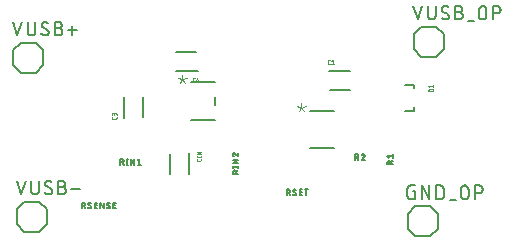
<source format=gbr>
G04 EAGLE Gerber RS-274X export*
G75*
%MOMM*%
%FSLAX34Y34*%
%LPD*%
%INSilkscreen Top*%
%IPPOS*%
%AMOC8*
5,1,8,0,0,1.08239X$1,22.5*%
G01*
%ADD10C,0.152400*%
%ADD11C,0.076200*%
%ADD12C,0.127000*%
%ADD13C,0.025400*%
%ADD14C,0.203200*%


D10*
X213140Y161244D02*
X233460Y161244D01*
X233460Y173944D02*
X233460Y181056D01*
X233460Y193756D02*
X213140Y193756D01*
D11*
X205485Y195732D02*
X205485Y199711D01*
X205485Y195732D02*
X207806Y192747D01*
X205485Y195732D02*
X203163Y192747D01*
X205485Y195732D02*
X209132Y197058D01*
X205485Y195732D02*
X201837Y197058D01*
D10*
X313440Y137752D02*
X333760Y137752D01*
X333760Y169248D02*
X313440Y169248D01*
D11*
X306293Y171732D02*
X306293Y175711D01*
X306293Y171732D02*
X308614Y168747D01*
X306293Y171732D02*
X303971Y168747D01*
X306293Y171732D02*
X309940Y173058D01*
X306293Y171732D02*
X302645Y173058D01*
D12*
X153176Y128191D02*
X153176Y123365D01*
X153176Y128191D02*
X154517Y128191D01*
X154588Y128189D01*
X154660Y128183D01*
X154730Y128174D01*
X154800Y128161D01*
X154870Y128144D01*
X154938Y128123D01*
X155005Y128099D01*
X155071Y128071D01*
X155135Y128040D01*
X155198Y128005D01*
X155258Y127967D01*
X155317Y127926D01*
X155373Y127882D01*
X155427Y127835D01*
X155478Y127786D01*
X155526Y127733D01*
X155572Y127678D01*
X155614Y127621D01*
X155654Y127561D01*
X155690Y127500D01*
X155723Y127436D01*
X155752Y127371D01*
X155778Y127305D01*
X155801Y127237D01*
X155820Y127168D01*
X155835Y127098D01*
X155846Y127028D01*
X155854Y126957D01*
X155858Y126886D01*
X155858Y126814D01*
X155854Y126743D01*
X155846Y126672D01*
X155835Y126602D01*
X155820Y126532D01*
X155801Y126463D01*
X155778Y126395D01*
X155752Y126329D01*
X155723Y126264D01*
X155690Y126200D01*
X155654Y126139D01*
X155614Y126079D01*
X155572Y126022D01*
X155526Y125967D01*
X155478Y125914D01*
X155427Y125865D01*
X155373Y125818D01*
X155317Y125774D01*
X155258Y125733D01*
X155198Y125695D01*
X155135Y125660D01*
X155071Y125629D01*
X155005Y125601D01*
X154938Y125577D01*
X154870Y125556D01*
X154800Y125539D01*
X154730Y125526D01*
X154660Y125517D01*
X154588Y125511D01*
X154517Y125509D01*
X154517Y125510D02*
X153176Y125510D01*
X154785Y125510D02*
X155857Y123365D01*
X158842Y123365D02*
X158842Y128191D01*
X158306Y123365D02*
X159378Y123365D01*
X159378Y128191D02*
X158306Y128191D01*
X162074Y128191D02*
X162074Y123365D01*
X164755Y123365D02*
X162074Y128191D01*
X164755Y128191D02*
X164755Y123365D01*
X167743Y127119D02*
X169083Y128191D01*
X169083Y123365D01*
X167743Y123365D02*
X170424Y123365D01*
X211500Y115500D02*
X211500Y133500D01*
X195500Y132500D02*
X195500Y115500D01*
D13*
X221437Y127729D02*
X221437Y128576D01*
X221437Y127729D02*
X221435Y127671D01*
X221429Y127614D01*
X221419Y127557D01*
X221406Y127500D01*
X221388Y127445D01*
X221367Y127392D01*
X221342Y127339D01*
X221314Y127289D01*
X221282Y127241D01*
X221247Y127194D01*
X221209Y127151D01*
X221168Y127110D01*
X221125Y127072D01*
X221078Y127037D01*
X221030Y127005D01*
X220980Y126977D01*
X220927Y126952D01*
X220874Y126931D01*
X220819Y126913D01*
X220762Y126900D01*
X220705Y126890D01*
X220648Y126884D01*
X220590Y126882D01*
X218474Y126882D01*
X218416Y126884D01*
X218359Y126890D01*
X218302Y126900D01*
X218245Y126913D01*
X218190Y126931D01*
X218137Y126952D01*
X218084Y126977D01*
X218034Y127005D01*
X217986Y127037D01*
X217939Y127072D01*
X217896Y127110D01*
X217855Y127151D01*
X217817Y127194D01*
X217782Y127241D01*
X217750Y127289D01*
X217722Y127339D01*
X217697Y127392D01*
X217676Y127445D01*
X217658Y127500D01*
X217645Y127557D01*
X217635Y127614D01*
X217629Y127671D01*
X217627Y127729D01*
X217627Y128576D01*
X217627Y130267D02*
X221437Y130267D01*
X221437Y130690D02*
X221437Y129843D01*
X217627Y129843D02*
X217627Y130690D01*
X217627Y132256D02*
X221437Y132256D01*
X221437Y134373D02*
X217627Y132256D01*
X217627Y134373D02*
X221437Y134373D01*
D12*
X294193Y102435D02*
X294193Y97609D01*
X294193Y102435D02*
X295534Y102435D01*
X295605Y102433D01*
X295677Y102427D01*
X295747Y102418D01*
X295817Y102405D01*
X295887Y102388D01*
X295955Y102367D01*
X296022Y102343D01*
X296088Y102315D01*
X296152Y102284D01*
X296215Y102249D01*
X296275Y102211D01*
X296334Y102170D01*
X296390Y102126D01*
X296444Y102079D01*
X296495Y102030D01*
X296543Y101977D01*
X296589Y101922D01*
X296631Y101865D01*
X296671Y101805D01*
X296707Y101744D01*
X296740Y101680D01*
X296769Y101615D01*
X296795Y101549D01*
X296818Y101481D01*
X296837Y101412D01*
X296852Y101342D01*
X296863Y101272D01*
X296871Y101201D01*
X296875Y101130D01*
X296875Y101058D01*
X296871Y100987D01*
X296863Y100916D01*
X296852Y100846D01*
X296837Y100776D01*
X296818Y100707D01*
X296795Y100639D01*
X296769Y100573D01*
X296740Y100508D01*
X296707Y100444D01*
X296671Y100383D01*
X296631Y100323D01*
X296589Y100266D01*
X296543Y100211D01*
X296495Y100158D01*
X296444Y100109D01*
X296390Y100062D01*
X296334Y100018D01*
X296275Y99977D01*
X296215Y99939D01*
X296152Y99904D01*
X296088Y99873D01*
X296022Y99845D01*
X295955Y99821D01*
X295887Y99800D01*
X295817Y99783D01*
X295747Y99770D01*
X295677Y99761D01*
X295605Y99755D01*
X295534Y99753D01*
X295534Y99754D02*
X294193Y99754D01*
X295802Y99754D02*
X296874Y97609D01*
X301042Y97609D02*
X301107Y97611D01*
X301171Y97617D01*
X301235Y97627D01*
X301299Y97640D01*
X301361Y97658D01*
X301422Y97679D01*
X301482Y97703D01*
X301540Y97732D01*
X301597Y97764D01*
X301651Y97799D01*
X301703Y97837D01*
X301753Y97879D01*
X301800Y97923D01*
X301844Y97970D01*
X301886Y98020D01*
X301924Y98072D01*
X301959Y98126D01*
X301991Y98183D01*
X302020Y98241D01*
X302044Y98301D01*
X302065Y98362D01*
X302083Y98424D01*
X302096Y98488D01*
X302106Y98552D01*
X302112Y98616D01*
X302114Y98681D01*
X301042Y97609D02*
X300948Y97611D01*
X300854Y97617D01*
X300760Y97627D01*
X300667Y97640D01*
X300575Y97658D01*
X300483Y97679D01*
X300392Y97704D01*
X300302Y97733D01*
X300214Y97766D01*
X300127Y97802D01*
X300042Y97842D01*
X299958Y97885D01*
X299877Y97932D01*
X299797Y97982D01*
X299719Y98035D01*
X299644Y98092D01*
X299571Y98151D01*
X299501Y98214D01*
X299433Y98279D01*
X299568Y101363D02*
X299570Y101428D01*
X299576Y101492D01*
X299586Y101556D01*
X299599Y101620D01*
X299617Y101682D01*
X299638Y101743D01*
X299662Y101803D01*
X299691Y101861D01*
X299723Y101918D01*
X299758Y101972D01*
X299796Y102024D01*
X299838Y102074D01*
X299882Y102121D01*
X299929Y102165D01*
X299979Y102207D01*
X300031Y102245D01*
X300085Y102280D01*
X300142Y102312D01*
X300200Y102341D01*
X300260Y102365D01*
X300321Y102386D01*
X300383Y102404D01*
X300447Y102417D01*
X300511Y102427D01*
X300575Y102433D01*
X300640Y102435D01*
X300726Y102433D01*
X300812Y102428D01*
X300898Y102418D01*
X300983Y102405D01*
X301068Y102389D01*
X301152Y102369D01*
X301235Y102345D01*
X301317Y102318D01*
X301397Y102287D01*
X301477Y102253D01*
X301554Y102215D01*
X301630Y102174D01*
X301704Y102130D01*
X301776Y102083D01*
X301847Y102033D01*
X300103Y100425D02*
X300050Y100458D01*
X299999Y100495D01*
X299950Y100534D01*
X299903Y100576D01*
X299859Y100621D01*
X299818Y100668D01*
X299779Y100717D01*
X299743Y100769D01*
X299710Y100823D01*
X299681Y100878D01*
X299655Y100935D01*
X299632Y100994D01*
X299612Y101053D01*
X299596Y101114D01*
X299583Y101175D01*
X299574Y101238D01*
X299569Y101300D01*
X299567Y101363D01*
X301578Y99619D02*
X301631Y99586D01*
X301682Y99549D01*
X301731Y99510D01*
X301778Y99468D01*
X301822Y99423D01*
X301863Y99376D01*
X301902Y99327D01*
X301938Y99275D01*
X301971Y99221D01*
X302000Y99166D01*
X302026Y99109D01*
X302049Y99050D01*
X302069Y98991D01*
X302085Y98930D01*
X302098Y98869D01*
X302107Y98806D01*
X302112Y98744D01*
X302114Y98681D01*
X301578Y99620D02*
X300103Y100424D01*
X304939Y97609D02*
X307084Y97609D01*
X304939Y97609D02*
X304939Y102435D01*
X307084Y102435D01*
X306548Y100290D02*
X304939Y100290D01*
X310466Y102435D02*
X310466Y97609D01*
X309126Y102435D02*
X311807Y102435D01*
X329500Y202500D02*
X347500Y202500D01*
X347500Y186500D02*
X330500Y186500D01*
D13*
X330320Y208627D02*
X329474Y208627D01*
X329419Y208629D01*
X329363Y208634D01*
X329309Y208643D01*
X329255Y208656D01*
X329202Y208672D01*
X329150Y208691D01*
X329099Y208714D01*
X329051Y208740D01*
X329003Y208770D01*
X328958Y208802D01*
X328916Y208837D01*
X328875Y208875D01*
X328837Y208916D01*
X328802Y208958D01*
X328770Y209003D01*
X328740Y209051D01*
X328714Y209099D01*
X328691Y209150D01*
X328672Y209202D01*
X328656Y209255D01*
X328643Y209309D01*
X328634Y209363D01*
X328629Y209419D01*
X328627Y209474D01*
X328627Y211590D01*
X328629Y211648D01*
X328635Y211705D01*
X328645Y211762D01*
X328658Y211819D01*
X328676Y211874D01*
X328697Y211927D01*
X328722Y211980D01*
X328750Y212030D01*
X328782Y212078D01*
X328817Y212125D01*
X328855Y212168D01*
X328896Y212209D01*
X328939Y212247D01*
X328986Y212282D01*
X329034Y212314D01*
X329084Y212342D01*
X329137Y212367D01*
X329190Y212388D01*
X329245Y212406D01*
X329302Y212419D01*
X329359Y212429D01*
X329416Y212435D01*
X329474Y212437D01*
X330320Y212437D01*
X331684Y211590D02*
X332743Y212437D01*
X332743Y208627D01*
X333801Y208627D02*
X331684Y208627D01*
D12*
X156000Y181000D02*
X156000Y163000D01*
X172000Y164000D02*
X172000Y181000D01*
D13*
X149873Y163820D02*
X149873Y162974D01*
X149871Y162916D01*
X149865Y162859D01*
X149855Y162802D01*
X149842Y162745D01*
X149824Y162690D01*
X149803Y162637D01*
X149778Y162584D01*
X149750Y162534D01*
X149718Y162486D01*
X149683Y162439D01*
X149645Y162396D01*
X149604Y162355D01*
X149561Y162317D01*
X149514Y162282D01*
X149466Y162250D01*
X149416Y162222D01*
X149363Y162197D01*
X149310Y162176D01*
X149255Y162158D01*
X149198Y162145D01*
X149141Y162135D01*
X149084Y162129D01*
X149026Y162127D01*
X146910Y162127D01*
X146852Y162129D01*
X146795Y162135D01*
X146738Y162145D01*
X146681Y162158D01*
X146626Y162176D01*
X146573Y162197D01*
X146520Y162222D01*
X146470Y162250D01*
X146422Y162282D01*
X146375Y162317D01*
X146332Y162355D01*
X146291Y162396D01*
X146253Y162439D01*
X146218Y162486D01*
X146186Y162534D01*
X146158Y162584D01*
X146133Y162637D01*
X146112Y162690D01*
X146094Y162745D01*
X146081Y162802D01*
X146071Y162859D01*
X146065Y162916D01*
X146063Y162974D01*
X146063Y163820D01*
X149873Y165184D02*
X149873Y166243D01*
X149871Y166307D01*
X149865Y166371D01*
X149856Y166434D01*
X149842Y166496D01*
X149825Y166558D01*
X149804Y166618D01*
X149780Y166677D01*
X149752Y166735D01*
X149720Y166790D01*
X149686Y166844D01*
X149648Y166895D01*
X149607Y166945D01*
X149563Y166991D01*
X149517Y167035D01*
X149467Y167076D01*
X149416Y167114D01*
X149362Y167148D01*
X149307Y167180D01*
X149249Y167208D01*
X149190Y167232D01*
X149130Y167253D01*
X149068Y167270D01*
X149006Y167284D01*
X148943Y167293D01*
X148879Y167299D01*
X148815Y167301D01*
X148751Y167299D01*
X148687Y167293D01*
X148624Y167284D01*
X148562Y167270D01*
X148500Y167253D01*
X148440Y167232D01*
X148381Y167208D01*
X148323Y167180D01*
X148268Y167148D01*
X148214Y167114D01*
X148163Y167076D01*
X148113Y167035D01*
X148067Y166991D01*
X148023Y166945D01*
X147982Y166895D01*
X147944Y166844D01*
X147910Y166790D01*
X147878Y166735D01*
X147850Y166677D01*
X147826Y166618D01*
X147805Y166558D01*
X147788Y166496D01*
X147774Y166434D01*
X147765Y166371D01*
X147759Y166307D01*
X147757Y166243D01*
X146063Y166454D02*
X146063Y165184D01*
X146063Y166454D02*
X146065Y166511D01*
X146071Y166567D01*
X146080Y166623D01*
X146093Y166678D01*
X146110Y166732D01*
X146130Y166785D01*
X146154Y166836D01*
X146181Y166886D01*
X146212Y166933D01*
X146245Y166979D01*
X146282Y167022D01*
X146321Y167063D01*
X146363Y167101D01*
X146408Y167136D01*
X146454Y167168D01*
X146503Y167197D01*
X146553Y167222D01*
X146606Y167244D01*
X146659Y167263D01*
X146714Y167278D01*
X146769Y167289D01*
X146825Y167297D01*
X146882Y167301D01*
X146938Y167301D01*
X146995Y167297D01*
X147051Y167289D01*
X147106Y167278D01*
X147161Y167263D01*
X147214Y167244D01*
X147267Y167222D01*
X147317Y167197D01*
X147366Y167168D01*
X147412Y167136D01*
X147457Y167101D01*
X147499Y167063D01*
X147538Y167022D01*
X147575Y166979D01*
X147608Y166933D01*
X147639Y166886D01*
X147666Y166836D01*
X147690Y166785D01*
X147710Y166732D01*
X147727Y166678D01*
X147740Y166623D01*
X147749Y166567D01*
X147755Y166511D01*
X147757Y166454D01*
X147756Y166454D02*
X147756Y165608D01*
D12*
X200500Y203000D02*
X218500Y203000D01*
X217500Y219000D02*
X200500Y219000D01*
D13*
X215046Y193063D02*
X215892Y193063D01*
X215046Y193063D02*
X214991Y193065D01*
X214935Y193070D01*
X214881Y193079D01*
X214827Y193092D01*
X214774Y193108D01*
X214722Y193127D01*
X214671Y193150D01*
X214623Y193176D01*
X214575Y193206D01*
X214530Y193238D01*
X214488Y193273D01*
X214447Y193311D01*
X214409Y193352D01*
X214374Y193394D01*
X214342Y193439D01*
X214312Y193487D01*
X214286Y193535D01*
X214263Y193586D01*
X214244Y193638D01*
X214228Y193691D01*
X214215Y193745D01*
X214206Y193799D01*
X214201Y193855D01*
X214199Y193910D01*
X214199Y196026D01*
X214201Y196084D01*
X214207Y196141D01*
X214217Y196198D01*
X214230Y196255D01*
X214248Y196310D01*
X214269Y196363D01*
X214294Y196416D01*
X214322Y196466D01*
X214354Y196514D01*
X214389Y196561D01*
X214427Y196604D01*
X214468Y196645D01*
X214511Y196683D01*
X214558Y196718D01*
X214606Y196750D01*
X214656Y196778D01*
X214709Y196803D01*
X214762Y196824D01*
X214817Y196842D01*
X214874Y196855D01*
X214931Y196865D01*
X214988Y196871D01*
X215046Y196873D01*
X215892Y196873D01*
X218103Y196873D02*
X217256Y193910D01*
X219373Y193910D01*
X218738Y194756D02*
X218738Y193063D01*
D14*
X402000Y191000D02*
X402000Y188000D01*
X402000Y191000D02*
X394000Y191000D01*
X402000Y172000D02*
X402000Y169000D01*
X394000Y169000D01*
D13*
X414965Y185422D02*
X416659Y185422D01*
X414965Y185422D02*
X414901Y185424D01*
X414837Y185430D01*
X414774Y185439D01*
X414712Y185453D01*
X414650Y185470D01*
X414590Y185491D01*
X414531Y185515D01*
X414473Y185543D01*
X414418Y185575D01*
X414364Y185609D01*
X414313Y185647D01*
X414263Y185688D01*
X414217Y185732D01*
X414173Y185778D01*
X414132Y185828D01*
X414094Y185879D01*
X414060Y185933D01*
X414028Y185988D01*
X414000Y186046D01*
X413976Y186105D01*
X413955Y186165D01*
X413938Y186227D01*
X413924Y186289D01*
X413915Y186352D01*
X413909Y186416D01*
X413907Y186480D01*
X413909Y186544D01*
X413915Y186608D01*
X413924Y186671D01*
X413938Y186733D01*
X413955Y186795D01*
X413976Y186855D01*
X414000Y186914D01*
X414028Y186972D01*
X414060Y187027D01*
X414094Y187081D01*
X414132Y187132D01*
X414173Y187182D01*
X414217Y187228D01*
X414263Y187272D01*
X414313Y187313D01*
X414364Y187351D01*
X414418Y187385D01*
X414473Y187417D01*
X414531Y187445D01*
X414590Y187469D01*
X414650Y187490D01*
X414712Y187507D01*
X414774Y187521D01*
X414837Y187530D01*
X414901Y187536D01*
X414965Y187538D01*
X414965Y187539D02*
X416659Y187539D01*
X416659Y187538D02*
X416723Y187536D01*
X416787Y187530D01*
X416850Y187521D01*
X416912Y187507D01*
X416974Y187490D01*
X417034Y187469D01*
X417093Y187445D01*
X417151Y187417D01*
X417206Y187385D01*
X417260Y187351D01*
X417311Y187313D01*
X417361Y187272D01*
X417407Y187228D01*
X417451Y187182D01*
X417492Y187132D01*
X417530Y187081D01*
X417564Y187027D01*
X417596Y186972D01*
X417624Y186914D01*
X417648Y186855D01*
X417669Y186795D01*
X417686Y186733D01*
X417700Y186671D01*
X417709Y186608D01*
X417715Y186544D01*
X417717Y186480D01*
X417715Y186416D01*
X417709Y186352D01*
X417700Y186289D01*
X417686Y186227D01*
X417669Y186165D01*
X417648Y186105D01*
X417624Y186046D01*
X417596Y185988D01*
X417564Y185933D01*
X417530Y185879D01*
X417492Y185828D01*
X417451Y185778D01*
X417407Y185732D01*
X417361Y185688D01*
X417311Y185647D01*
X417260Y185609D01*
X417206Y185575D01*
X417151Y185543D01*
X417093Y185515D01*
X417034Y185491D01*
X416974Y185470D01*
X416912Y185453D01*
X416850Y185439D01*
X416787Y185430D01*
X416723Y185424D01*
X416659Y185422D01*
X416870Y187115D02*
X417717Y187962D01*
X414754Y189011D02*
X413907Y190070D01*
X417717Y190070D01*
X417717Y191128D02*
X417717Y189011D01*
D12*
X252891Y115876D02*
X248065Y115876D01*
X248065Y117217D01*
X248067Y117288D01*
X248073Y117360D01*
X248082Y117430D01*
X248095Y117500D01*
X248112Y117570D01*
X248133Y117638D01*
X248157Y117705D01*
X248185Y117771D01*
X248216Y117835D01*
X248251Y117898D01*
X248289Y117958D01*
X248330Y118017D01*
X248374Y118073D01*
X248421Y118127D01*
X248470Y118178D01*
X248523Y118226D01*
X248578Y118272D01*
X248635Y118314D01*
X248695Y118354D01*
X248756Y118390D01*
X248820Y118423D01*
X248885Y118452D01*
X248951Y118478D01*
X249019Y118501D01*
X249088Y118520D01*
X249158Y118535D01*
X249228Y118546D01*
X249299Y118554D01*
X249370Y118558D01*
X249442Y118558D01*
X249513Y118554D01*
X249584Y118546D01*
X249654Y118535D01*
X249724Y118520D01*
X249793Y118501D01*
X249861Y118478D01*
X249927Y118452D01*
X249992Y118423D01*
X250056Y118390D01*
X250117Y118354D01*
X250177Y118314D01*
X250234Y118272D01*
X250289Y118226D01*
X250342Y118178D01*
X250391Y118127D01*
X250438Y118073D01*
X250482Y118017D01*
X250523Y117958D01*
X250561Y117898D01*
X250596Y117835D01*
X250627Y117771D01*
X250655Y117705D01*
X250679Y117638D01*
X250700Y117570D01*
X250717Y117500D01*
X250730Y117430D01*
X250739Y117360D01*
X250745Y117288D01*
X250747Y117217D01*
X250746Y117217D02*
X250746Y115876D01*
X250746Y117485D02*
X252891Y118557D01*
X252891Y121542D02*
X248065Y121542D01*
X252891Y121006D02*
X252891Y122078D01*
X248065Y122078D02*
X248065Y121006D01*
X248065Y124774D02*
X252891Y124774D01*
X252891Y127455D02*
X248065Y124774D01*
X248065Y127455D02*
X252891Y127455D01*
X248065Y131917D02*
X248067Y131985D01*
X248073Y132052D01*
X248082Y132119D01*
X248095Y132186D01*
X248112Y132251D01*
X248133Y132316D01*
X248157Y132379D01*
X248185Y132441D01*
X248216Y132501D01*
X248250Y132559D01*
X248288Y132615D01*
X248328Y132670D01*
X248372Y132721D01*
X248419Y132770D01*
X248468Y132817D01*
X248519Y132861D01*
X248574Y132901D01*
X248630Y132939D01*
X248688Y132973D01*
X248748Y133004D01*
X248810Y133032D01*
X248873Y133056D01*
X248938Y133077D01*
X249003Y133094D01*
X249070Y133107D01*
X249137Y133116D01*
X249204Y133122D01*
X249272Y133124D01*
X248065Y131917D02*
X248067Y131839D01*
X248073Y131761D01*
X248083Y131684D01*
X248096Y131607D01*
X248114Y131531D01*
X248135Y131456D01*
X248160Y131382D01*
X248189Y131310D01*
X248221Y131239D01*
X248257Y131170D01*
X248296Y131102D01*
X248339Y131037D01*
X248385Y130974D01*
X248434Y130913D01*
X248486Y130855D01*
X248541Y130800D01*
X248598Y130747D01*
X248658Y130698D01*
X248721Y130651D01*
X248786Y130608D01*
X248852Y130568D01*
X248921Y130531D01*
X248992Y130498D01*
X249064Y130468D01*
X249138Y130442D01*
X250210Y132722D02*
X250161Y132771D01*
X250109Y132818D01*
X250054Y132861D01*
X249997Y132902D01*
X249938Y132940D01*
X249877Y132974D01*
X249814Y133005D01*
X249750Y133033D01*
X249684Y133057D01*
X249618Y133077D01*
X249550Y133094D01*
X249481Y133107D01*
X249412Y133116D01*
X249342Y133122D01*
X249272Y133124D01*
X250210Y132722D02*
X252891Y130443D01*
X252891Y133124D01*
X379109Y123948D02*
X383935Y123948D01*
X379109Y123948D02*
X379109Y125289D01*
X379111Y125360D01*
X379117Y125432D01*
X379126Y125502D01*
X379139Y125572D01*
X379156Y125642D01*
X379177Y125710D01*
X379201Y125777D01*
X379229Y125843D01*
X379260Y125907D01*
X379295Y125970D01*
X379333Y126030D01*
X379374Y126089D01*
X379418Y126145D01*
X379465Y126199D01*
X379514Y126250D01*
X379567Y126298D01*
X379622Y126344D01*
X379679Y126386D01*
X379739Y126426D01*
X379800Y126462D01*
X379864Y126495D01*
X379929Y126524D01*
X379995Y126550D01*
X380063Y126573D01*
X380132Y126592D01*
X380202Y126607D01*
X380272Y126618D01*
X380343Y126626D01*
X380414Y126630D01*
X380486Y126630D01*
X380557Y126626D01*
X380628Y126618D01*
X380698Y126607D01*
X380768Y126592D01*
X380837Y126573D01*
X380905Y126550D01*
X380971Y126524D01*
X381036Y126495D01*
X381100Y126462D01*
X381161Y126426D01*
X381221Y126386D01*
X381278Y126344D01*
X381333Y126298D01*
X381386Y126250D01*
X381435Y126199D01*
X381482Y126145D01*
X381526Y126089D01*
X381567Y126030D01*
X381605Y125970D01*
X381640Y125907D01*
X381671Y125843D01*
X381699Y125777D01*
X381723Y125710D01*
X381744Y125642D01*
X381761Y125572D01*
X381774Y125502D01*
X381783Y125432D01*
X381789Y125360D01*
X381791Y125289D01*
X381790Y125289D02*
X381790Y123948D01*
X381790Y125557D02*
X383935Y126629D01*
X380181Y129371D02*
X379109Y130711D01*
X383935Y130711D01*
X383935Y129371D02*
X383935Y132052D01*
X351948Y132391D02*
X351948Y127565D01*
X351948Y132391D02*
X353289Y132391D01*
X353360Y132389D01*
X353432Y132383D01*
X353502Y132374D01*
X353572Y132361D01*
X353642Y132344D01*
X353710Y132323D01*
X353777Y132299D01*
X353843Y132271D01*
X353907Y132240D01*
X353970Y132205D01*
X354030Y132167D01*
X354089Y132126D01*
X354145Y132082D01*
X354199Y132035D01*
X354250Y131986D01*
X354298Y131933D01*
X354344Y131878D01*
X354386Y131821D01*
X354426Y131761D01*
X354462Y131700D01*
X354495Y131636D01*
X354524Y131571D01*
X354550Y131505D01*
X354573Y131437D01*
X354592Y131368D01*
X354607Y131298D01*
X354618Y131228D01*
X354626Y131157D01*
X354630Y131086D01*
X354630Y131014D01*
X354626Y130943D01*
X354618Y130872D01*
X354607Y130802D01*
X354592Y130732D01*
X354573Y130663D01*
X354550Y130595D01*
X354524Y130529D01*
X354495Y130464D01*
X354462Y130400D01*
X354426Y130339D01*
X354386Y130279D01*
X354344Y130222D01*
X354298Y130167D01*
X354250Y130114D01*
X354199Y130065D01*
X354145Y130018D01*
X354089Y129974D01*
X354030Y129933D01*
X353970Y129895D01*
X353907Y129860D01*
X353843Y129829D01*
X353777Y129801D01*
X353710Y129777D01*
X353642Y129756D01*
X353572Y129739D01*
X353502Y129726D01*
X353432Y129717D01*
X353360Y129711D01*
X353289Y129709D01*
X353289Y129710D02*
X351948Y129710D01*
X353557Y129710D02*
X354629Y127565D01*
X358845Y132391D02*
X358913Y132389D01*
X358980Y132383D01*
X359047Y132374D01*
X359114Y132361D01*
X359179Y132344D01*
X359244Y132323D01*
X359307Y132299D01*
X359369Y132271D01*
X359429Y132240D01*
X359487Y132206D01*
X359543Y132168D01*
X359598Y132128D01*
X359649Y132084D01*
X359698Y132037D01*
X359745Y131988D01*
X359789Y131937D01*
X359829Y131882D01*
X359867Y131826D01*
X359901Y131768D01*
X359932Y131708D01*
X359960Y131646D01*
X359984Y131583D01*
X360005Y131518D01*
X360022Y131453D01*
X360035Y131386D01*
X360044Y131319D01*
X360050Y131252D01*
X360052Y131184D01*
X358845Y132391D02*
X358767Y132389D01*
X358689Y132383D01*
X358612Y132373D01*
X358535Y132360D01*
X358459Y132342D01*
X358384Y132321D01*
X358310Y132296D01*
X358238Y132267D01*
X358167Y132235D01*
X358098Y132199D01*
X358030Y132160D01*
X357965Y132117D01*
X357902Y132071D01*
X357841Y132022D01*
X357783Y131970D01*
X357728Y131915D01*
X357675Y131858D01*
X357626Y131798D01*
X357579Y131735D01*
X357536Y131671D01*
X357496Y131604D01*
X357459Y131535D01*
X357426Y131464D01*
X357396Y131392D01*
X357370Y131319D01*
X359650Y130246D02*
X359699Y130295D01*
X359746Y130347D01*
X359789Y130402D01*
X359830Y130459D01*
X359868Y130518D01*
X359902Y130579D01*
X359933Y130642D01*
X359961Y130706D01*
X359985Y130772D01*
X360005Y130838D01*
X360022Y130906D01*
X360035Y130975D01*
X360044Y131044D01*
X360050Y131114D01*
X360052Y131184D01*
X359650Y130246D02*
X357371Y127565D01*
X360052Y127565D01*
D10*
X81350Y226700D02*
X68650Y226700D01*
X81350Y226700D02*
X87700Y220350D01*
X87700Y207650D01*
X81350Y201300D01*
X62300Y207650D02*
X62300Y220350D01*
X68650Y226700D01*
X62300Y207650D02*
X68650Y201300D01*
X81350Y201300D01*
D12*
X65983Y232923D02*
X62173Y244353D01*
X69793Y244353D02*
X65983Y232923D01*
X74619Y236098D02*
X74619Y244353D01*
X74619Y236098D02*
X74621Y235987D01*
X74627Y235877D01*
X74636Y235766D01*
X74650Y235656D01*
X74667Y235547D01*
X74688Y235438D01*
X74713Y235330D01*
X74742Y235223D01*
X74774Y235117D01*
X74810Y235012D01*
X74850Y234909D01*
X74893Y234807D01*
X74940Y234706D01*
X74991Y234607D01*
X75044Y234511D01*
X75101Y234416D01*
X75162Y234323D01*
X75225Y234232D01*
X75292Y234143D01*
X75362Y234057D01*
X75435Y233974D01*
X75510Y233892D01*
X75588Y233814D01*
X75670Y233739D01*
X75753Y233666D01*
X75839Y233596D01*
X75928Y233529D01*
X76019Y233466D01*
X76112Y233405D01*
X76207Y233348D01*
X76303Y233295D01*
X76402Y233244D01*
X76503Y233197D01*
X76605Y233154D01*
X76708Y233114D01*
X76813Y233078D01*
X76919Y233046D01*
X77026Y233017D01*
X77134Y232992D01*
X77243Y232971D01*
X77352Y232954D01*
X77462Y232940D01*
X77573Y232931D01*
X77683Y232925D01*
X77794Y232923D01*
X77905Y232925D01*
X78015Y232931D01*
X78126Y232940D01*
X78236Y232954D01*
X78345Y232971D01*
X78454Y232992D01*
X78562Y233017D01*
X78669Y233046D01*
X78775Y233078D01*
X78880Y233114D01*
X78983Y233154D01*
X79085Y233197D01*
X79186Y233244D01*
X79285Y233295D01*
X79381Y233348D01*
X79476Y233405D01*
X79569Y233466D01*
X79660Y233529D01*
X79749Y233596D01*
X79835Y233666D01*
X79918Y233739D01*
X80000Y233814D01*
X80078Y233892D01*
X80153Y233974D01*
X80226Y234057D01*
X80296Y234143D01*
X80363Y234232D01*
X80426Y234323D01*
X80487Y234416D01*
X80544Y234510D01*
X80597Y234607D01*
X80648Y234706D01*
X80695Y234807D01*
X80738Y234909D01*
X80778Y235012D01*
X80814Y235117D01*
X80846Y235223D01*
X80875Y235330D01*
X80900Y235438D01*
X80921Y235547D01*
X80938Y235656D01*
X80952Y235766D01*
X80961Y235877D01*
X80967Y235987D01*
X80969Y236098D01*
X80969Y244353D01*
X89859Y232923D02*
X89959Y232925D01*
X90058Y232931D01*
X90158Y232941D01*
X90256Y232954D01*
X90355Y232972D01*
X90452Y232993D01*
X90548Y233018D01*
X90644Y233047D01*
X90738Y233080D01*
X90831Y233116D01*
X90922Y233156D01*
X91012Y233200D01*
X91100Y233247D01*
X91186Y233297D01*
X91270Y233351D01*
X91352Y233408D01*
X91431Y233468D01*
X91509Y233532D01*
X91583Y233598D01*
X91655Y233667D01*
X91724Y233739D01*
X91790Y233813D01*
X91854Y233891D01*
X91914Y233970D01*
X91971Y234052D01*
X92025Y234136D01*
X92075Y234222D01*
X92122Y234310D01*
X92166Y234400D01*
X92206Y234491D01*
X92242Y234584D01*
X92275Y234678D01*
X92304Y234774D01*
X92329Y234870D01*
X92350Y234967D01*
X92368Y235066D01*
X92381Y235164D01*
X92391Y235264D01*
X92397Y235363D01*
X92399Y235463D01*
X89859Y232923D02*
X89718Y232925D01*
X89577Y232930D01*
X89436Y232940D01*
X89295Y232953D01*
X89155Y232969D01*
X89015Y232990D01*
X88876Y233014D01*
X88737Y233042D01*
X88600Y233073D01*
X88463Y233108D01*
X88327Y233146D01*
X88192Y233188D01*
X88059Y233234D01*
X87926Y233283D01*
X87795Y233336D01*
X87666Y233392D01*
X87537Y233451D01*
X87411Y233514D01*
X87286Y233580D01*
X87163Y233649D01*
X87042Y233722D01*
X86923Y233798D01*
X86805Y233877D01*
X86690Y233958D01*
X86578Y234043D01*
X86467Y234131D01*
X86359Y234222D01*
X86253Y234315D01*
X86150Y234412D01*
X86049Y234511D01*
X86367Y241813D02*
X86369Y241913D01*
X86375Y242012D01*
X86385Y242112D01*
X86398Y242210D01*
X86416Y242309D01*
X86437Y242406D01*
X86462Y242502D01*
X86491Y242598D01*
X86524Y242692D01*
X86560Y242785D01*
X86600Y242876D01*
X86644Y242966D01*
X86691Y243054D01*
X86741Y243140D01*
X86795Y243224D01*
X86852Y243306D01*
X86912Y243385D01*
X86976Y243463D01*
X87042Y243537D01*
X87111Y243609D01*
X87183Y243678D01*
X87257Y243744D01*
X87335Y243808D01*
X87414Y243868D01*
X87496Y243925D01*
X87580Y243979D01*
X87666Y244029D01*
X87754Y244076D01*
X87844Y244120D01*
X87935Y244160D01*
X88028Y244196D01*
X88122Y244229D01*
X88218Y244258D01*
X88314Y244283D01*
X88411Y244304D01*
X88510Y244322D01*
X88608Y244335D01*
X88708Y244345D01*
X88807Y244351D01*
X88907Y244353D01*
X88907Y244354D02*
X89040Y244352D01*
X89173Y244347D01*
X89306Y244337D01*
X89439Y244324D01*
X89571Y244307D01*
X89703Y244287D01*
X89834Y244263D01*
X89964Y244235D01*
X90094Y244204D01*
X90222Y244169D01*
X90350Y244130D01*
X90476Y244088D01*
X90601Y244042D01*
X90725Y243993D01*
X90848Y243941D01*
X90969Y243885D01*
X91088Y243825D01*
X91206Y243763D01*
X91321Y243697D01*
X91435Y243628D01*
X91547Y243555D01*
X91657Y243480D01*
X91765Y243401D01*
X87636Y239590D02*
X87552Y239642D01*
X87469Y239697D01*
X87389Y239756D01*
X87311Y239817D01*
X87236Y239881D01*
X87163Y239949D01*
X87092Y240019D01*
X87025Y240091D01*
X86960Y240166D01*
X86898Y240244D01*
X86839Y240324D01*
X86783Y240406D01*
X86731Y240490D01*
X86682Y240576D01*
X86636Y240664D01*
X86593Y240754D01*
X86554Y240845D01*
X86519Y240938D01*
X86487Y241032D01*
X86459Y241127D01*
X86434Y241223D01*
X86414Y241320D01*
X86396Y241418D01*
X86383Y241516D01*
X86374Y241615D01*
X86368Y241714D01*
X86366Y241813D01*
X91129Y237686D02*
X91213Y237634D01*
X91296Y237579D01*
X91376Y237520D01*
X91454Y237459D01*
X91529Y237395D01*
X91602Y237327D01*
X91673Y237257D01*
X91740Y237185D01*
X91805Y237110D01*
X91867Y237032D01*
X91926Y236952D01*
X91982Y236870D01*
X92034Y236786D01*
X92083Y236700D01*
X92129Y236612D01*
X92172Y236522D01*
X92211Y236431D01*
X92246Y236338D01*
X92278Y236244D01*
X92306Y236149D01*
X92331Y236053D01*
X92351Y235956D01*
X92369Y235858D01*
X92382Y235760D01*
X92391Y235661D01*
X92397Y235562D01*
X92399Y235463D01*
X91129Y237686D02*
X87637Y239591D01*
X97670Y239273D02*
X100845Y239273D01*
X100956Y239271D01*
X101066Y239265D01*
X101177Y239256D01*
X101287Y239242D01*
X101396Y239225D01*
X101505Y239204D01*
X101613Y239179D01*
X101720Y239150D01*
X101826Y239118D01*
X101931Y239082D01*
X102034Y239042D01*
X102136Y238999D01*
X102237Y238952D01*
X102336Y238901D01*
X102433Y238848D01*
X102527Y238791D01*
X102620Y238730D01*
X102711Y238667D01*
X102800Y238600D01*
X102886Y238530D01*
X102969Y238457D01*
X103051Y238382D01*
X103129Y238304D01*
X103204Y238222D01*
X103277Y238139D01*
X103347Y238053D01*
X103414Y237964D01*
X103477Y237873D01*
X103538Y237780D01*
X103595Y237685D01*
X103648Y237589D01*
X103699Y237490D01*
X103746Y237389D01*
X103789Y237287D01*
X103829Y237184D01*
X103865Y237079D01*
X103897Y236973D01*
X103926Y236866D01*
X103951Y236758D01*
X103972Y236649D01*
X103989Y236540D01*
X104003Y236430D01*
X104012Y236319D01*
X104018Y236209D01*
X104020Y236098D01*
X104018Y235987D01*
X104012Y235877D01*
X104003Y235766D01*
X103989Y235656D01*
X103972Y235547D01*
X103951Y235438D01*
X103926Y235330D01*
X103897Y235223D01*
X103865Y235117D01*
X103829Y235012D01*
X103789Y234909D01*
X103746Y234807D01*
X103699Y234706D01*
X103648Y234607D01*
X103595Y234510D01*
X103538Y234416D01*
X103477Y234323D01*
X103414Y234232D01*
X103347Y234143D01*
X103277Y234057D01*
X103204Y233974D01*
X103129Y233892D01*
X103051Y233814D01*
X102969Y233739D01*
X102886Y233666D01*
X102800Y233596D01*
X102711Y233529D01*
X102620Y233466D01*
X102527Y233405D01*
X102432Y233348D01*
X102336Y233295D01*
X102237Y233244D01*
X102136Y233197D01*
X102034Y233154D01*
X101931Y233114D01*
X101826Y233078D01*
X101720Y233046D01*
X101613Y233017D01*
X101505Y232992D01*
X101396Y232971D01*
X101287Y232954D01*
X101177Y232940D01*
X101066Y232931D01*
X100956Y232925D01*
X100845Y232923D01*
X97670Y232923D01*
X97670Y244353D01*
X100845Y244353D01*
X100945Y244351D01*
X101044Y244345D01*
X101144Y244335D01*
X101242Y244322D01*
X101341Y244304D01*
X101438Y244283D01*
X101534Y244258D01*
X101630Y244229D01*
X101724Y244196D01*
X101817Y244160D01*
X101908Y244120D01*
X101998Y244076D01*
X102086Y244029D01*
X102172Y243979D01*
X102256Y243925D01*
X102338Y243868D01*
X102417Y243808D01*
X102495Y243744D01*
X102569Y243678D01*
X102641Y243609D01*
X102710Y243537D01*
X102776Y243463D01*
X102840Y243385D01*
X102900Y243306D01*
X102957Y243224D01*
X103011Y243140D01*
X103061Y243054D01*
X103108Y242966D01*
X103152Y242876D01*
X103192Y242785D01*
X103228Y242692D01*
X103261Y242598D01*
X103290Y242502D01*
X103315Y242406D01*
X103336Y242309D01*
X103354Y242210D01*
X103367Y242112D01*
X103377Y242012D01*
X103383Y241913D01*
X103385Y241813D01*
X103383Y241713D01*
X103377Y241614D01*
X103367Y241514D01*
X103354Y241416D01*
X103336Y241317D01*
X103315Y241220D01*
X103290Y241124D01*
X103261Y241028D01*
X103228Y240934D01*
X103192Y240841D01*
X103152Y240750D01*
X103108Y240660D01*
X103061Y240572D01*
X103011Y240486D01*
X102957Y240402D01*
X102900Y240320D01*
X102840Y240241D01*
X102776Y240163D01*
X102710Y240089D01*
X102641Y240017D01*
X102569Y239948D01*
X102495Y239882D01*
X102417Y239818D01*
X102338Y239758D01*
X102256Y239701D01*
X102172Y239647D01*
X102086Y239597D01*
X101998Y239550D01*
X101908Y239506D01*
X101817Y239466D01*
X101724Y239430D01*
X101630Y239397D01*
X101534Y239368D01*
X101438Y239343D01*
X101341Y239322D01*
X101242Y239304D01*
X101144Y239291D01*
X101044Y239281D01*
X100945Y239275D01*
X100845Y239273D01*
X108655Y237368D02*
X116275Y237368D01*
X112465Y233558D02*
X112465Y241178D01*
D10*
X84350Y92200D02*
X71650Y92200D01*
X84350Y92200D02*
X90700Y85850D01*
X90700Y73150D01*
X84350Y66800D01*
X65300Y73150D02*
X65300Y85850D01*
X71650Y92200D01*
X65300Y73150D02*
X71650Y66800D01*
X84350Y66800D01*
D12*
X68983Y98423D02*
X65173Y109853D01*
X72793Y109853D02*
X68983Y98423D01*
X77619Y101598D02*
X77619Y109853D01*
X77619Y101598D02*
X77621Y101487D01*
X77627Y101377D01*
X77636Y101266D01*
X77650Y101156D01*
X77667Y101047D01*
X77688Y100938D01*
X77713Y100830D01*
X77742Y100723D01*
X77774Y100617D01*
X77810Y100512D01*
X77850Y100409D01*
X77893Y100307D01*
X77940Y100206D01*
X77991Y100107D01*
X78044Y100011D01*
X78101Y99916D01*
X78162Y99823D01*
X78225Y99732D01*
X78292Y99643D01*
X78362Y99557D01*
X78435Y99474D01*
X78510Y99392D01*
X78588Y99314D01*
X78670Y99239D01*
X78753Y99166D01*
X78839Y99096D01*
X78928Y99029D01*
X79019Y98966D01*
X79112Y98905D01*
X79207Y98848D01*
X79303Y98795D01*
X79402Y98744D01*
X79503Y98697D01*
X79605Y98654D01*
X79708Y98614D01*
X79813Y98578D01*
X79919Y98546D01*
X80026Y98517D01*
X80134Y98492D01*
X80243Y98471D01*
X80352Y98454D01*
X80462Y98440D01*
X80573Y98431D01*
X80683Y98425D01*
X80794Y98423D01*
X80905Y98425D01*
X81015Y98431D01*
X81126Y98440D01*
X81236Y98454D01*
X81345Y98471D01*
X81454Y98492D01*
X81562Y98517D01*
X81669Y98546D01*
X81775Y98578D01*
X81880Y98614D01*
X81983Y98654D01*
X82085Y98697D01*
X82186Y98744D01*
X82285Y98795D01*
X82381Y98848D01*
X82476Y98905D01*
X82569Y98966D01*
X82660Y99029D01*
X82749Y99096D01*
X82835Y99166D01*
X82918Y99239D01*
X83000Y99314D01*
X83078Y99392D01*
X83153Y99474D01*
X83226Y99557D01*
X83296Y99643D01*
X83363Y99732D01*
X83426Y99823D01*
X83487Y99916D01*
X83544Y100010D01*
X83597Y100107D01*
X83648Y100206D01*
X83695Y100307D01*
X83738Y100409D01*
X83778Y100512D01*
X83814Y100617D01*
X83846Y100723D01*
X83875Y100830D01*
X83900Y100938D01*
X83921Y101047D01*
X83938Y101156D01*
X83952Y101266D01*
X83961Y101377D01*
X83967Y101487D01*
X83969Y101598D01*
X83969Y109853D01*
X92859Y98423D02*
X92959Y98425D01*
X93058Y98431D01*
X93158Y98441D01*
X93256Y98454D01*
X93355Y98472D01*
X93452Y98493D01*
X93548Y98518D01*
X93644Y98547D01*
X93738Y98580D01*
X93831Y98616D01*
X93922Y98656D01*
X94012Y98700D01*
X94100Y98747D01*
X94186Y98797D01*
X94270Y98851D01*
X94352Y98908D01*
X94431Y98968D01*
X94509Y99032D01*
X94583Y99098D01*
X94655Y99167D01*
X94724Y99239D01*
X94790Y99313D01*
X94854Y99391D01*
X94914Y99470D01*
X94971Y99552D01*
X95025Y99636D01*
X95075Y99722D01*
X95122Y99810D01*
X95166Y99900D01*
X95206Y99991D01*
X95242Y100084D01*
X95275Y100178D01*
X95304Y100274D01*
X95329Y100370D01*
X95350Y100467D01*
X95368Y100566D01*
X95381Y100664D01*
X95391Y100764D01*
X95397Y100863D01*
X95399Y100963D01*
X92859Y98423D02*
X92718Y98425D01*
X92577Y98430D01*
X92436Y98440D01*
X92295Y98453D01*
X92155Y98469D01*
X92015Y98490D01*
X91876Y98514D01*
X91737Y98542D01*
X91600Y98573D01*
X91463Y98608D01*
X91327Y98646D01*
X91192Y98688D01*
X91059Y98734D01*
X90926Y98783D01*
X90795Y98836D01*
X90666Y98892D01*
X90537Y98951D01*
X90411Y99014D01*
X90286Y99080D01*
X90163Y99149D01*
X90042Y99222D01*
X89923Y99298D01*
X89805Y99377D01*
X89690Y99458D01*
X89578Y99543D01*
X89467Y99631D01*
X89359Y99722D01*
X89253Y99815D01*
X89150Y99912D01*
X89049Y100011D01*
X89367Y107313D02*
X89369Y107413D01*
X89375Y107512D01*
X89385Y107612D01*
X89398Y107710D01*
X89416Y107809D01*
X89437Y107906D01*
X89462Y108002D01*
X89491Y108098D01*
X89524Y108192D01*
X89560Y108285D01*
X89600Y108376D01*
X89644Y108466D01*
X89691Y108554D01*
X89741Y108640D01*
X89795Y108724D01*
X89852Y108806D01*
X89912Y108885D01*
X89976Y108963D01*
X90042Y109037D01*
X90111Y109109D01*
X90183Y109178D01*
X90257Y109244D01*
X90335Y109308D01*
X90414Y109368D01*
X90496Y109425D01*
X90580Y109479D01*
X90666Y109529D01*
X90754Y109576D01*
X90844Y109620D01*
X90935Y109660D01*
X91028Y109696D01*
X91122Y109729D01*
X91218Y109758D01*
X91314Y109783D01*
X91411Y109804D01*
X91510Y109822D01*
X91608Y109835D01*
X91708Y109845D01*
X91807Y109851D01*
X91907Y109853D01*
X91907Y109854D02*
X92040Y109852D01*
X92173Y109847D01*
X92306Y109837D01*
X92439Y109824D01*
X92571Y109807D01*
X92703Y109787D01*
X92834Y109763D01*
X92964Y109735D01*
X93094Y109704D01*
X93222Y109669D01*
X93350Y109630D01*
X93476Y109588D01*
X93601Y109542D01*
X93725Y109493D01*
X93848Y109441D01*
X93969Y109385D01*
X94088Y109325D01*
X94206Y109263D01*
X94321Y109197D01*
X94435Y109128D01*
X94547Y109055D01*
X94657Y108980D01*
X94765Y108901D01*
X90636Y105090D02*
X90552Y105142D01*
X90469Y105197D01*
X90389Y105256D01*
X90311Y105317D01*
X90236Y105381D01*
X90163Y105449D01*
X90092Y105519D01*
X90025Y105591D01*
X89960Y105666D01*
X89898Y105744D01*
X89839Y105824D01*
X89783Y105906D01*
X89731Y105990D01*
X89682Y106076D01*
X89636Y106164D01*
X89593Y106254D01*
X89554Y106345D01*
X89519Y106438D01*
X89487Y106532D01*
X89459Y106627D01*
X89434Y106723D01*
X89414Y106820D01*
X89396Y106918D01*
X89383Y107016D01*
X89374Y107115D01*
X89368Y107214D01*
X89366Y107313D01*
X94129Y103186D02*
X94213Y103134D01*
X94296Y103079D01*
X94376Y103020D01*
X94454Y102959D01*
X94529Y102895D01*
X94602Y102827D01*
X94673Y102757D01*
X94740Y102685D01*
X94805Y102610D01*
X94867Y102532D01*
X94926Y102452D01*
X94982Y102370D01*
X95034Y102286D01*
X95083Y102200D01*
X95129Y102112D01*
X95172Y102022D01*
X95211Y101931D01*
X95246Y101838D01*
X95278Y101744D01*
X95306Y101649D01*
X95331Y101553D01*
X95351Y101456D01*
X95369Y101358D01*
X95382Y101260D01*
X95391Y101161D01*
X95397Y101062D01*
X95399Y100963D01*
X94129Y103186D02*
X90637Y105091D01*
X100670Y104773D02*
X103845Y104773D01*
X103956Y104771D01*
X104066Y104765D01*
X104177Y104756D01*
X104287Y104742D01*
X104396Y104725D01*
X104505Y104704D01*
X104613Y104679D01*
X104720Y104650D01*
X104826Y104618D01*
X104931Y104582D01*
X105034Y104542D01*
X105136Y104499D01*
X105237Y104452D01*
X105336Y104401D01*
X105433Y104348D01*
X105527Y104291D01*
X105620Y104230D01*
X105711Y104167D01*
X105800Y104100D01*
X105886Y104030D01*
X105969Y103957D01*
X106051Y103882D01*
X106129Y103804D01*
X106204Y103722D01*
X106277Y103639D01*
X106347Y103553D01*
X106414Y103464D01*
X106477Y103373D01*
X106538Y103280D01*
X106595Y103185D01*
X106648Y103089D01*
X106699Y102990D01*
X106746Y102889D01*
X106789Y102787D01*
X106829Y102684D01*
X106865Y102579D01*
X106897Y102473D01*
X106926Y102366D01*
X106951Y102258D01*
X106972Y102149D01*
X106989Y102040D01*
X107003Y101930D01*
X107012Y101819D01*
X107018Y101709D01*
X107020Y101598D01*
X107018Y101487D01*
X107012Y101377D01*
X107003Y101266D01*
X106989Y101156D01*
X106972Y101047D01*
X106951Y100938D01*
X106926Y100830D01*
X106897Y100723D01*
X106865Y100617D01*
X106829Y100512D01*
X106789Y100409D01*
X106746Y100307D01*
X106699Y100206D01*
X106648Y100107D01*
X106595Y100010D01*
X106538Y99916D01*
X106477Y99823D01*
X106414Y99732D01*
X106347Y99643D01*
X106277Y99557D01*
X106204Y99474D01*
X106129Y99392D01*
X106051Y99314D01*
X105969Y99239D01*
X105886Y99166D01*
X105800Y99096D01*
X105711Y99029D01*
X105620Y98966D01*
X105527Y98905D01*
X105432Y98848D01*
X105336Y98795D01*
X105237Y98744D01*
X105136Y98697D01*
X105034Y98654D01*
X104931Y98614D01*
X104826Y98578D01*
X104720Y98546D01*
X104613Y98517D01*
X104505Y98492D01*
X104396Y98471D01*
X104287Y98454D01*
X104177Y98440D01*
X104066Y98431D01*
X103956Y98425D01*
X103845Y98423D01*
X100670Y98423D01*
X100670Y109853D01*
X103845Y109853D01*
X103945Y109851D01*
X104044Y109845D01*
X104144Y109835D01*
X104242Y109822D01*
X104341Y109804D01*
X104438Y109783D01*
X104534Y109758D01*
X104630Y109729D01*
X104724Y109696D01*
X104817Y109660D01*
X104908Y109620D01*
X104998Y109576D01*
X105086Y109529D01*
X105172Y109479D01*
X105256Y109425D01*
X105338Y109368D01*
X105417Y109308D01*
X105495Y109244D01*
X105569Y109178D01*
X105641Y109109D01*
X105710Y109037D01*
X105776Y108963D01*
X105840Y108885D01*
X105900Y108806D01*
X105957Y108724D01*
X106011Y108640D01*
X106061Y108554D01*
X106108Y108466D01*
X106152Y108376D01*
X106192Y108285D01*
X106228Y108192D01*
X106261Y108098D01*
X106290Y108002D01*
X106315Y107906D01*
X106336Y107809D01*
X106354Y107710D01*
X106367Y107612D01*
X106377Y107512D01*
X106383Y107413D01*
X106385Y107313D01*
X106383Y107213D01*
X106377Y107114D01*
X106367Y107014D01*
X106354Y106916D01*
X106336Y106817D01*
X106315Y106720D01*
X106290Y106624D01*
X106261Y106528D01*
X106228Y106434D01*
X106192Y106341D01*
X106152Y106250D01*
X106108Y106160D01*
X106061Y106072D01*
X106011Y105986D01*
X105957Y105902D01*
X105900Y105820D01*
X105840Y105741D01*
X105776Y105663D01*
X105710Y105589D01*
X105641Y105517D01*
X105569Y105448D01*
X105495Y105382D01*
X105417Y105318D01*
X105338Y105258D01*
X105256Y105201D01*
X105172Y105147D01*
X105086Y105097D01*
X104998Y105050D01*
X104908Y105006D01*
X104817Y104966D01*
X104724Y104930D01*
X104630Y104897D01*
X104534Y104868D01*
X104438Y104843D01*
X104341Y104822D01*
X104242Y104804D01*
X104144Y104791D01*
X104044Y104781D01*
X103945Y104775D01*
X103845Y104773D01*
X111655Y102868D02*
X119275Y102868D01*
D10*
X407650Y240200D02*
X420350Y240200D01*
X426700Y233850D01*
X426700Y221150D01*
X420350Y214800D01*
X401300Y221150D02*
X401300Y233850D01*
X407650Y240200D01*
X401300Y221150D02*
X407650Y214800D01*
X420350Y214800D01*
D12*
X404983Y246423D02*
X401173Y257853D01*
X408793Y257853D02*
X404983Y246423D01*
X413619Y249598D02*
X413619Y257853D01*
X413619Y249598D02*
X413621Y249487D01*
X413627Y249377D01*
X413636Y249266D01*
X413650Y249156D01*
X413667Y249047D01*
X413688Y248938D01*
X413713Y248830D01*
X413742Y248723D01*
X413774Y248617D01*
X413810Y248512D01*
X413850Y248409D01*
X413893Y248307D01*
X413940Y248206D01*
X413991Y248107D01*
X414044Y248011D01*
X414101Y247916D01*
X414162Y247823D01*
X414225Y247732D01*
X414292Y247643D01*
X414362Y247557D01*
X414435Y247474D01*
X414510Y247392D01*
X414588Y247314D01*
X414670Y247239D01*
X414753Y247166D01*
X414839Y247096D01*
X414928Y247029D01*
X415019Y246966D01*
X415112Y246905D01*
X415207Y246848D01*
X415303Y246795D01*
X415402Y246744D01*
X415503Y246697D01*
X415605Y246654D01*
X415708Y246614D01*
X415813Y246578D01*
X415919Y246546D01*
X416026Y246517D01*
X416134Y246492D01*
X416243Y246471D01*
X416352Y246454D01*
X416462Y246440D01*
X416573Y246431D01*
X416683Y246425D01*
X416794Y246423D01*
X416905Y246425D01*
X417015Y246431D01*
X417126Y246440D01*
X417236Y246454D01*
X417345Y246471D01*
X417454Y246492D01*
X417562Y246517D01*
X417669Y246546D01*
X417775Y246578D01*
X417880Y246614D01*
X417983Y246654D01*
X418085Y246697D01*
X418186Y246744D01*
X418285Y246795D01*
X418381Y246848D01*
X418476Y246905D01*
X418569Y246966D01*
X418660Y247029D01*
X418749Y247096D01*
X418835Y247166D01*
X418918Y247239D01*
X419000Y247314D01*
X419078Y247392D01*
X419153Y247474D01*
X419226Y247557D01*
X419296Y247643D01*
X419363Y247732D01*
X419426Y247823D01*
X419487Y247916D01*
X419544Y248010D01*
X419597Y248107D01*
X419648Y248206D01*
X419695Y248307D01*
X419738Y248409D01*
X419778Y248512D01*
X419814Y248617D01*
X419846Y248723D01*
X419875Y248830D01*
X419900Y248938D01*
X419921Y249047D01*
X419938Y249156D01*
X419952Y249266D01*
X419961Y249377D01*
X419967Y249487D01*
X419969Y249598D01*
X419969Y257853D01*
X428859Y246423D02*
X428959Y246425D01*
X429058Y246431D01*
X429158Y246441D01*
X429256Y246454D01*
X429355Y246472D01*
X429452Y246493D01*
X429548Y246518D01*
X429644Y246547D01*
X429738Y246580D01*
X429831Y246616D01*
X429922Y246656D01*
X430012Y246700D01*
X430100Y246747D01*
X430186Y246797D01*
X430270Y246851D01*
X430352Y246908D01*
X430431Y246968D01*
X430509Y247032D01*
X430583Y247098D01*
X430655Y247167D01*
X430724Y247239D01*
X430790Y247313D01*
X430854Y247391D01*
X430914Y247470D01*
X430971Y247552D01*
X431025Y247636D01*
X431075Y247722D01*
X431122Y247810D01*
X431166Y247900D01*
X431206Y247991D01*
X431242Y248084D01*
X431275Y248178D01*
X431304Y248274D01*
X431329Y248370D01*
X431350Y248467D01*
X431368Y248566D01*
X431381Y248664D01*
X431391Y248764D01*
X431397Y248863D01*
X431399Y248963D01*
X428859Y246423D02*
X428718Y246425D01*
X428577Y246430D01*
X428436Y246440D01*
X428295Y246453D01*
X428155Y246469D01*
X428015Y246490D01*
X427876Y246514D01*
X427737Y246542D01*
X427600Y246573D01*
X427463Y246608D01*
X427327Y246646D01*
X427192Y246688D01*
X427059Y246734D01*
X426926Y246783D01*
X426795Y246836D01*
X426666Y246892D01*
X426537Y246951D01*
X426411Y247014D01*
X426286Y247080D01*
X426163Y247149D01*
X426042Y247222D01*
X425923Y247298D01*
X425805Y247377D01*
X425690Y247458D01*
X425578Y247543D01*
X425467Y247631D01*
X425359Y247722D01*
X425253Y247815D01*
X425150Y247912D01*
X425049Y248011D01*
X425367Y255313D02*
X425369Y255413D01*
X425375Y255512D01*
X425385Y255612D01*
X425398Y255710D01*
X425416Y255809D01*
X425437Y255906D01*
X425462Y256002D01*
X425491Y256098D01*
X425524Y256192D01*
X425560Y256285D01*
X425600Y256376D01*
X425644Y256466D01*
X425691Y256554D01*
X425741Y256640D01*
X425795Y256724D01*
X425852Y256806D01*
X425912Y256885D01*
X425976Y256963D01*
X426042Y257037D01*
X426111Y257109D01*
X426183Y257178D01*
X426257Y257244D01*
X426335Y257308D01*
X426414Y257368D01*
X426496Y257425D01*
X426580Y257479D01*
X426666Y257529D01*
X426754Y257576D01*
X426844Y257620D01*
X426935Y257660D01*
X427028Y257696D01*
X427122Y257729D01*
X427218Y257758D01*
X427314Y257783D01*
X427411Y257804D01*
X427510Y257822D01*
X427608Y257835D01*
X427708Y257845D01*
X427807Y257851D01*
X427907Y257853D01*
X427907Y257854D02*
X428040Y257852D01*
X428173Y257847D01*
X428306Y257837D01*
X428439Y257824D01*
X428571Y257807D01*
X428703Y257787D01*
X428834Y257763D01*
X428964Y257735D01*
X429094Y257704D01*
X429222Y257669D01*
X429350Y257630D01*
X429476Y257588D01*
X429601Y257542D01*
X429725Y257493D01*
X429848Y257441D01*
X429969Y257385D01*
X430088Y257325D01*
X430206Y257263D01*
X430321Y257197D01*
X430435Y257128D01*
X430547Y257055D01*
X430657Y256980D01*
X430765Y256901D01*
X426636Y253090D02*
X426552Y253142D01*
X426469Y253197D01*
X426389Y253256D01*
X426311Y253317D01*
X426236Y253381D01*
X426163Y253449D01*
X426092Y253519D01*
X426025Y253591D01*
X425960Y253666D01*
X425898Y253744D01*
X425839Y253824D01*
X425783Y253906D01*
X425731Y253990D01*
X425682Y254076D01*
X425636Y254164D01*
X425593Y254254D01*
X425554Y254345D01*
X425519Y254438D01*
X425487Y254532D01*
X425459Y254627D01*
X425434Y254723D01*
X425414Y254820D01*
X425396Y254918D01*
X425383Y255016D01*
X425374Y255115D01*
X425368Y255214D01*
X425366Y255313D01*
X430129Y251186D02*
X430213Y251134D01*
X430296Y251079D01*
X430376Y251020D01*
X430454Y250959D01*
X430529Y250895D01*
X430602Y250827D01*
X430673Y250757D01*
X430740Y250685D01*
X430805Y250610D01*
X430867Y250532D01*
X430926Y250452D01*
X430982Y250370D01*
X431034Y250286D01*
X431083Y250200D01*
X431129Y250112D01*
X431172Y250022D01*
X431211Y249931D01*
X431246Y249838D01*
X431278Y249744D01*
X431306Y249649D01*
X431331Y249553D01*
X431351Y249456D01*
X431369Y249358D01*
X431382Y249260D01*
X431391Y249161D01*
X431397Y249062D01*
X431399Y248963D01*
X430129Y251186D02*
X426637Y253091D01*
X436670Y252773D02*
X439845Y252773D01*
X439956Y252771D01*
X440066Y252765D01*
X440177Y252756D01*
X440287Y252742D01*
X440396Y252725D01*
X440505Y252704D01*
X440613Y252679D01*
X440720Y252650D01*
X440826Y252618D01*
X440931Y252582D01*
X441034Y252542D01*
X441136Y252499D01*
X441237Y252452D01*
X441336Y252401D01*
X441433Y252348D01*
X441527Y252291D01*
X441620Y252230D01*
X441711Y252167D01*
X441800Y252100D01*
X441886Y252030D01*
X441969Y251957D01*
X442051Y251882D01*
X442129Y251804D01*
X442204Y251722D01*
X442277Y251639D01*
X442347Y251553D01*
X442414Y251464D01*
X442477Y251373D01*
X442538Y251280D01*
X442595Y251185D01*
X442648Y251089D01*
X442699Y250990D01*
X442746Y250889D01*
X442789Y250787D01*
X442829Y250684D01*
X442865Y250579D01*
X442897Y250473D01*
X442926Y250366D01*
X442951Y250258D01*
X442972Y250149D01*
X442989Y250040D01*
X443003Y249930D01*
X443012Y249819D01*
X443018Y249709D01*
X443020Y249598D01*
X443018Y249487D01*
X443012Y249377D01*
X443003Y249266D01*
X442989Y249156D01*
X442972Y249047D01*
X442951Y248938D01*
X442926Y248830D01*
X442897Y248723D01*
X442865Y248617D01*
X442829Y248512D01*
X442789Y248409D01*
X442746Y248307D01*
X442699Y248206D01*
X442648Y248107D01*
X442595Y248010D01*
X442538Y247916D01*
X442477Y247823D01*
X442414Y247732D01*
X442347Y247643D01*
X442277Y247557D01*
X442204Y247474D01*
X442129Y247392D01*
X442051Y247314D01*
X441969Y247239D01*
X441886Y247166D01*
X441800Y247096D01*
X441711Y247029D01*
X441620Y246966D01*
X441527Y246905D01*
X441433Y246848D01*
X441336Y246795D01*
X441237Y246744D01*
X441136Y246697D01*
X441034Y246654D01*
X440931Y246614D01*
X440826Y246578D01*
X440720Y246546D01*
X440613Y246517D01*
X440505Y246492D01*
X440396Y246471D01*
X440287Y246454D01*
X440177Y246440D01*
X440066Y246431D01*
X439956Y246425D01*
X439845Y246423D01*
X436670Y246423D01*
X436670Y257853D01*
X439845Y257853D01*
X439945Y257851D01*
X440044Y257845D01*
X440144Y257835D01*
X440242Y257822D01*
X440341Y257804D01*
X440438Y257783D01*
X440534Y257758D01*
X440630Y257729D01*
X440724Y257696D01*
X440817Y257660D01*
X440908Y257620D01*
X440998Y257576D01*
X441086Y257529D01*
X441172Y257479D01*
X441256Y257425D01*
X441338Y257368D01*
X441417Y257308D01*
X441495Y257244D01*
X441569Y257178D01*
X441641Y257109D01*
X441710Y257037D01*
X441776Y256963D01*
X441840Y256885D01*
X441900Y256806D01*
X441957Y256724D01*
X442011Y256640D01*
X442061Y256554D01*
X442108Y256466D01*
X442152Y256376D01*
X442192Y256285D01*
X442228Y256192D01*
X442261Y256098D01*
X442290Y256002D01*
X442315Y255906D01*
X442336Y255809D01*
X442354Y255710D01*
X442367Y255612D01*
X442377Y255512D01*
X442383Y255413D01*
X442385Y255313D01*
X442383Y255213D01*
X442377Y255114D01*
X442367Y255014D01*
X442354Y254916D01*
X442336Y254817D01*
X442315Y254720D01*
X442290Y254624D01*
X442261Y254528D01*
X442228Y254434D01*
X442192Y254341D01*
X442152Y254250D01*
X442108Y254160D01*
X442061Y254072D01*
X442011Y253986D01*
X441957Y253902D01*
X441900Y253820D01*
X441840Y253741D01*
X441776Y253663D01*
X441710Y253589D01*
X441641Y253517D01*
X441569Y253448D01*
X441495Y253382D01*
X441417Y253318D01*
X441338Y253258D01*
X441256Y253201D01*
X441172Y253147D01*
X441086Y253097D01*
X440998Y253050D01*
X440908Y253006D01*
X440817Y252966D01*
X440724Y252930D01*
X440630Y252897D01*
X440534Y252868D01*
X440438Y252843D01*
X440341Y252822D01*
X440242Y252804D01*
X440144Y252791D01*
X440044Y252781D01*
X439945Y252775D01*
X439845Y252773D01*
X447020Y245153D02*
X452100Y245153D01*
X456672Y249598D02*
X456672Y254678D01*
X456674Y254789D01*
X456680Y254899D01*
X456689Y255010D01*
X456703Y255120D01*
X456720Y255229D01*
X456741Y255338D01*
X456766Y255446D01*
X456795Y255553D01*
X456827Y255659D01*
X456863Y255764D01*
X456903Y255867D01*
X456946Y255969D01*
X456993Y256070D01*
X457044Y256169D01*
X457097Y256266D01*
X457154Y256360D01*
X457215Y256453D01*
X457278Y256544D01*
X457345Y256633D01*
X457415Y256719D01*
X457488Y256802D01*
X457563Y256884D01*
X457641Y256962D01*
X457723Y257037D01*
X457806Y257110D01*
X457892Y257180D01*
X457981Y257247D01*
X458072Y257310D01*
X458165Y257371D01*
X458260Y257428D01*
X458356Y257481D01*
X458455Y257532D01*
X458556Y257579D01*
X458658Y257622D01*
X458761Y257662D01*
X458866Y257698D01*
X458972Y257730D01*
X459079Y257759D01*
X459187Y257784D01*
X459296Y257805D01*
X459405Y257822D01*
X459515Y257836D01*
X459626Y257845D01*
X459736Y257851D01*
X459847Y257853D01*
X459958Y257851D01*
X460068Y257845D01*
X460179Y257836D01*
X460289Y257822D01*
X460398Y257805D01*
X460507Y257784D01*
X460615Y257759D01*
X460722Y257730D01*
X460828Y257698D01*
X460933Y257662D01*
X461036Y257622D01*
X461138Y257579D01*
X461239Y257532D01*
X461338Y257481D01*
X461435Y257428D01*
X461529Y257371D01*
X461622Y257310D01*
X461713Y257247D01*
X461802Y257180D01*
X461888Y257110D01*
X461971Y257037D01*
X462053Y256962D01*
X462131Y256884D01*
X462206Y256802D01*
X462279Y256719D01*
X462349Y256633D01*
X462416Y256544D01*
X462479Y256453D01*
X462540Y256360D01*
X462597Y256266D01*
X462650Y256169D01*
X462701Y256070D01*
X462748Y255969D01*
X462791Y255867D01*
X462831Y255764D01*
X462867Y255659D01*
X462899Y255553D01*
X462928Y255446D01*
X462953Y255338D01*
X462974Y255229D01*
X462991Y255120D01*
X463005Y255010D01*
X463014Y254899D01*
X463020Y254789D01*
X463022Y254678D01*
X463022Y249598D01*
X463020Y249487D01*
X463014Y249377D01*
X463005Y249266D01*
X462991Y249156D01*
X462974Y249047D01*
X462953Y248938D01*
X462928Y248830D01*
X462899Y248723D01*
X462867Y248617D01*
X462831Y248512D01*
X462791Y248409D01*
X462748Y248307D01*
X462701Y248206D01*
X462650Y248107D01*
X462597Y248010D01*
X462540Y247916D01*
X462479Y247823D01*
X462416Y247732D01*
X462349Y247643D01*
X462279Y247557D01*
X462206Y247474D01*
X462131Y247392D01*
X462053Y247314D01*
X461971Y247239D01*
X461888Y247166D01*
X461802Y247096D01*
X461713Y247029D01*
X461622Y246966D01*
X461529Y246905D01*
X461434Y246848D01*
X461338Y246795D01*
X461239Y246744D01*
X461138Y246697D01*
X461036Y246654D01*
X460933Y246614D01*
X460828Y246578D01*
X460722Y246546D01*
X460615Y246517D01*
X460507Y246492D01*
X460398Y246471D01*
X460289Y246454D01*
X460179Y246440D01*
X460068Y246431D01*
X459958Y246425D01*
X459847Y246423D01*
X459736Y246425D01*
X459626Y246431D01*
X459515Y246440D01*
X459405Y246454D01*
X459296Y246471D01*
X459187Y246492D01*
X459079Y246517D01*
X458972Y246546D01*
X458866Y246578D01*
X458761Y246614D01*
X458658Y246654D01*
X458556Y246697D01*
X458455Y246744D01*
X458356Y246795D01*
X458260Y246848D01*
X458165Y246905D01*
X458072Y246966D01*
X457981Y247029D01*
X457892Y247096D01*
X457806Y247166D01*
X457723Y247239D01*
X457641Y247314D01*
X457563Y247392D01*
X457488Y247474D01*
X457415Y247557D01*
X457345Y247643D01*
X457278Y247732D01*
X457215Y247823D01*
X457154Y247916D01*
X457097Y248011D01*
X457044Y248107D01*
X456993Y248206D01*
X456946Y248307D01*
X456903Y248409D01*
X456863Y248512D01*
X456827Y248617D01*
X456795Y248723D01*
X456766Y248830D01*
X456741Y248938D01*
X456720Y249047D01*
X456703Y249156D01*
X456689Y249266D01*
X456680Y249377D01*
X456674Y249487D01*
X456672Y249598D01*
X468674Y246423D02*
X468674Y257853D01*
X471849Y257853D01*
X471960Y257851D01*
X472070Y257845D01*
X472181Y257836D01*
X472291Y257822D01*
X472400Y257805D01*
X472509Y257784D01*
X472617Y257759D01*
X472724Y257730D01*
X472830Y257698D01*
X472935Y257662D01*
X473038Y257622D01*
X473140Y257579D01*
X473241Y257532D01*
X473340Y257481D01*
X473437Y257428D01*
X473531Y257371D01*
X473624Y257310D01*
X473715Y257247D01*
X473804Y257180D01*
X473890Y257110D01*
X473973Y257037D01*
X474055Y256962D01*
X474133Y256884D01*
X474208Y256802D01*
X474281Y256719D01*
X474351Y256633D01*
X474418Y256544D01*
X474481Y256453D01*
X474542Y256360D01*
X474599Y256265D01*
X474652Y256169D01*
X474703Y256070D01*
X474750Y255969D01*
X474793Y255867D01*
X474833Y255764D01*
X474869Y255659D01*
X474901Y255553D01*
X474930Y255446D01*
X474955Y255338D01*
X474976Y255229D01*
X474993Y255120D01*
X475007Y255010D01*
X475016Y254899D01*
X475022Y254789D01*
X475024Y254678D01*
X475022Y254567D01*
X475016Y254457D01*
X475007Y254346D01*
X474993Y254236D01*
X474976Y254127D01*
X474955Y254018D01*
X474930Y253910D01*
X474901Y253803D01*
X474869Y253697D01*
X474833Y253592D01*
X474793Y253489D01*
X474750Y253387D01*
X474703Y253286D01*
X474652Y253187D01*
X474599Y253090D01*
X474542Y252996D01*
X474481Y252903D01*
X474418Y252812D01*
X474351Y252723D01*
X474281Y252637D01*
X474208Y252554D01*
X474133Y252472D01*
X474055Y252394D01*
X473973Y252319D01*
X473890Y252246D01*
X473804Y252176D01*
X473715Y252109D01*
X473624Y252046D01*
X473531Y251985D01*
X473437Y251928D01*
X473340Y251875D01*
X473241Y251824D01*
X473140Y251777D01*
X473038Y251734D01*
X472935Y251694D01*
X472830Y251658D01*
X472724Y251626D01*
X472617Y251597D01*
X472509Y251572D01*
X472400Y251551D01*
X472291Y251534D01*
X472181Y251520D01*
X472070Y251511D01*
X471960Y251505D01*
X471849Y251503D01*
X468674Y251503D01*
D10*
X415350Y88200D02*
X402650Y88200D01*
X415350Y88200D02*
X421700Y81850D01*
X421700Y69150D01*
X415350Y62800D01*
X396300Y69150D02*
X396300Y81850D01*
X402650Y88200D01*
X396300Y69150D02*
X402650Y62800D01*
X415350Y62800D01*
D12*
X402523Y100773D02*
X400618Y100773D01*
X402523Y100773D02*
X402523Y94423D01*
X398713Y94423D01*
X398613Y94425D01*
X398514Y94431D01*
X398414Y94441D01*
X398316Y94454D01*
X398217Y94472D01*
X398120Y94493D01*
X398024Y94518D01*
X397928Y94547D01*
X397834Y94580D01*
X397741Y94616D01*
X397650Y94656D01*
X397560Y94700D01*
X397472Y94747D01*
X397386Y94797D01*
X397302Y94851D01*
X397220Y94908D01*
X397141Y94968D01*
X397063Y95032D01*
X396989Y95098D01*
X396917Y95167D01*
X396848Y95239D01*
X396782Y95313D01*
X396718Y95391D01*
X396658Y95470D01*
X396601Y95552D01*
X396547Y95636D01*
X396497Y95722D01*
X396450Y95810D01*
X396406Y95900D01*
X396366Y95991D01*
X396330Y96084D01*
X396297Y96178D01*
X396268Y96274D01*
X396243Y96370D01*
X396222Y96467D01*
X396204Y96566D01*
X396191Y96664D01*
X396181Y96764D01*
X396175Y96863D01*
X396173Y96963D01*
X396173Y103313D01*
X396175Y103413D01*
X396181Y103512D01*
X396191Y103612D01*
X396204Y103710D01*
X396222Y103809D01*
X396243Y103906D01*
X396268Y104002D01*
X396297Y104098D01*
X396330Y104192D01*
X396366Y104285D01*
X396406Y104376D01*
X396450Y104466D01*
X396497Y104554D01*
X396547Y104640D01*
X396601Y104724D01*
X396658Y104806D01*
X396718Y104885D01*
X396782Y104963D01*
X396848Y105037D01*
X396917Y105109D01*
X396989Y105178D01*
X397063Y105244D01*
X397141Y105308D01*
X397220Y105368D01*
X397302Y105425D01*
X397386Y105479D01*
X397472Y105529D01*
X397560Y105576D01*
X397650Y105620D01*
X397741Y105660D01*
X397834Y105696D01*
X397928Y105729D01*
X398024Y105758D01*
X398120Y105783D01*
X398217Y105804D01*
X398316Y105822D01*
X398414Y105835D01*
X398514Y105845D01*
X398613Y105851D01*
X398713Y105853D01*
X402523Y105853D01*
X408365Y105853D02*
X408365Y94423D01*
X414715Y94423D02*
X408365Y105853D01*
X414715Y105853D02*
X414715Y94423D01*
X420557Y94423D02*
X420557Y105853D01*
X423732Y105853D01*
X423843Y105851D01*
X423953Y105845D01*
X424064Y105836D01*
X424174Y105822D01*
X424283Y105805D01*
X424392Y105784D01*
X424500Y105759D01*
X424607Y105730D01*
X424713Y105698D01*
X424818Y105662D01*
X424921Y105622D01*
X425023Y105579D01*
X425124Y105532D01*
X425223Y105481D01*
X425320Y105428D01*
X425414Y105371D01*
X425507Y105310D01*
X425598Y105247D01*
X425687Y105180D01*
X425773Y105110D01*
X425856Y105037D01*
X425938Y104962D01*
X426016Y104884D01*
X426091Y104802D01*
X426164Y104719D01*
X426234Y104633D01*
X426301Y104544D01*
X426364Y104453D01*
X426425Y104360D01*
X426482Y104266D01*
X426535Y104169D01*
X426586Y104070D01*
X426633Y103969D01*
X426676Y103867D01*
X426716Y103764D01*
X426752Y103659D01*
X426784Y103553D01*
X426813Y103446D01*
X426838Y103338D01*
X426859Y103229D01*
X426876Y103120D01*
X426890Y103010D01*
X426899Y102899D01*
X426905Y102789D01*
X426907Y102678D01*
X426907Y97598D01*
X426905Y97487D01*
X426899Y97377D01*
X426890Y97266D01*
X426876Y97156D01*
X426859Y97047D01*
X426838Y96938D01*
X426813Y96830D01*
X426784Y96723D01*
X426752Y96617D01*
X426716Y96512D01*
X426676Y96409D01*
X426633Y96307D01*
X426586Y96206D01*
X426535Y96107D01*
X426482Y96010D01*
X426425Y95916D01*
X426364Y95823D01*
X426301Y95732D01*
X426234Y95643D01*
X426164Y95557D01*
X426091Y95474D01*
X426016Y95392D01*
X425938Y95314D01*
X425856Y95239D01*
X425773Y95166D01*
X425687Y95096D01*
X425598Y95029D01*
X425507Y94966D01*
X425414Y94905D01*
X425320Y94848D01*
X425223Y94795D01*
X425124Y94744D01*
X425023Y94697D01*
X424921Y94654D01*
X424818Y94614D01*
X424713Y94578D01*
X424607Y94546D01*
X424500Y94517D01*
X424392Y94492D01*
X424283Y94471D01*
X424174Y94454D01*
X424064Y94440D01*
X423953Y94431D01*
X423843Y94425D01*
X423732Y94423D01*
X420557Y94423D01*
X431860Y93153D02*
X436940Y93153D01*
X441512Y97598D02*
X441512Y102678D01*
X441514Y102789D01*
X441520Y102899D01*
X441529Y103010D01*
X441543Y103120D01*
X441560Y103229D01*
X441581Y103338D01*
X441606Y103446D01*
X441635Y103553D01*
X441667Y103659D01*
X441703Y103764D01*
X441743Y103867D01*
X441786Y103969D01*
X441833Y104070D01*
X441884Y104169D01*
X441937Y104265D01*
X441994Y104360D01*
X442055Y104453D01*
X442118Y104544D01*
X442185Y104633D01*
X442255Y104719D01*
X442328Y104802D01*
X442403Y104884D01*
X442481Y104962D01*
X442563Y105037D01*
X442646Y105110D01*
X442732Y105180D01*
X442821Y105247D01*
X442912Y105310D01*
X443005Y105371D01*
X443100Y105428D01*
X443196Y105481D01*
X443295Y105532D01*
X443396Y105579D01*
X443498Y105622D01*
X443601Y105662D01*
X443706Y105698D01*
X443812Y105730D01*
X443919Y105759D01*
X444027Y105784D01*
X444136Y105805D01*
X444245Y105822D01*
X444355Y105836D01*
X444466Y105845D01*
X444576Y105851D01*
X444687Y105853D01*
X444798Y105851D01*
X444908Y105845D01*
X445019Y105836D01*
X445129Y105822D01*
X445238Y105805D01*
X445347Y105784D01*
X445455Y105759D01*
X445562Y105730D01*
X445668Y105698D01*
X445773Y105662D01*
X445876Y105622D01*
X445978Y105579D01*
X446079Y105532D01*
X446178Y105481D01*
X446275Y105428D01*
X446369Y105371D01*
X446462Y105310D01*
X446553Y105247D01*
X446642Y105180D01*
X446728Y105110D01*
X446811Y105037D01*
X446893Y104962D01*
X446971Y104884D01*
X447046Y104802D01*
X447119Y104719D01*
X447189Y104633D01*
X447256Y104544D01*
X447319Y104453D01*
X447380Y104360D01*
X447437Y104266D01*
X447490Y104169D01*
X447541Y104070D01*
X447588Y103969D01*
X447631Y103867D01*
X447671Y103764D01*
X447707Y103659D01*
X447739Y103553D01*
X447768Y103446D01*
X447793Y103338D01*
X447814Y103229D01*
X447831Y103120D01*
X447845Y103010D01*
X447854Y102899D01*
X447860Y102789D01*
X447862Y102678D01*
X447862Y97598D01*
X447860Y97487D01*
X447854Y97377D01*
X447845Y97266D01*
X447831Y97156D01*
X447814Y97047D01*
X447793Y96938D01*
X447768Y96830D01*
X447739Y96723D01*
X447707Y96617D01*
X447671Y96512D01*
X447631Y96409D01*
X447588Y96307D01*
X447541Y96206D01*
X447490Y96107D01*
X447437Y96010D01*
X447380Y95916D01*
X447319Y95823D01*
X447256Y95732D01*
X447189Y95643D01*
X447119Y95557D01*
X447046Y95474D01*
X446971Y95392D01*
X446893Y95314D01*
X446811Y95239D01*
X446728Y95166D01*
X446642Y95096D01*
X446553Y95029D01*
X446462Y94966D01*
X446369Y94905D01*
X446274Y94848D01*
X446178Y94795D01*
X446079Y94744D01*
X445978Y94697D01*
X445876Y94654D01*
X445773Y94614D01*
X445668Y94578D01*
X445562Y94546D01*
X445455Y94517D01*
X445347Y94492D01*
X445238Y94471D01*
X445129Y94454D01*
X445019Y94440D01*
X444908Y94431D01*
X444798Y94425D01*
X444687Y94423D01*
X444576Y94425D01*
X444466Y94431D01*
X444355Y94440D01*
X444245Y94454D01*
X444136Y94471D01*
X444027Y94492D01*
X443919Y94517D01*
X443812Y94546D01*
X443706Y94578D01*
X443601Y94614D01*
X443498Y94654D01*
X443396Y94697D01*
X443295Y94744D01*
X443196Y94795D01*
X443100Y94848D01*
X443005Y94905D01*
X442912Y94966D01*
X442821Y95029D01*
X442732Y95096D01*
X442646Y95166D01*
X442563Y95239D01*
X442481Y95314D01*
X442403Y95392D01*
X442328Y95474D01*
X442255Y95557D01*
X442185Y95643D01*
X442118Y95732D01*
X442055Y95823D01*
X441994Y95916D01*
X441937Y96011D01*
X441884Y96107D01*
X441833Y96206D01*
X441786Y96307D01*
X441743Y96409D01*
X441703Y96512D01*
X441667Y96617D01*
X441635Y96723D01*
X441606Y96830D01*
X441581Y96938D01*
X441560Y97047D01*
X441543Y97156D01*
X441529Y97266D01*
X441520Y97377D01*
X441514Y97487D01*
X441512Y97598D01*
X453514Y94423D02*
X453514Y105853D01*
X456689Y105853D01*
X456800Y105851D01*
X456910Y105845D01*
X457021Y105836D01*
X457131Y105822D01*
X457240Y105805D01*
X457349Y105784D01*
X457457Y105759D01*
X457564Y105730D01*
X457670Y105698D01*
X457775Y105662D01*
X457878Y105622D01*
X457980Y105579D01*
X458081Y105532D01*
X458180Y105481D01*
X458277Y105428D01*
X458371Y105371D01*
X458464Y105310D01*
X458555Y105247D01*
X458644Y105180D01*
X458730Y105110D01*
X458813Y105037D01*
X458895Y104962D01*
X458973Y104884D01*
X459048Y104802D01*
X459121Y104719D01*
X459191Y104633D01*
X459258Y104544D01*
X459321Y104453D01*
X459382Y104360D01*
X459439Y104265D01*
X459492Y104169D01*
X459543Y104070D01*
X459590Y103969D01*
X459633Y103867D01*
X459673Y103764D01*
X459709Y103659D01*
X459741Y103553D01*
X459770Y103446D01*
X459795Y103338D01*
X459816Y103229D01*
X459833Y103120D01*
X459847Y103010D01*
X459856Y102899D01*
X459862Y102789D01*
X459864Y102678D01*
X459862Y102567D01*
X459856Y102457D01*
X459847Y102346D01*
X459833Y102236D01*
X459816Y102127D01*
X459795Y102018D01*
X459770Y101910D01*
X459741Y101803D01*
X459709Y101697D01*
X459673Y101592D01*
X459633Y101489D01*
X459590Y101387D01*
X459543Y101286D01*
X459492Y101187D01*
X459439Y101090D01*
X459382Y100996D01*
X459321Y100903D01*
X459258Y100812D01*
X459191Y100723D01*
X459121Y100637D01*
X459048Y100554D01*
X458973Y100472D01*
X458895Y100394D01*
X458813Y100319D01*
X458730Y100246D01*
X458644Y100176D01*
X458555Y100109D01*
X458464Y100046D01*
X458371Y99985D01*
X458277Y99928D01*
X458180Y99875D01*
X458081Y99824D01*
X457980Y99777D01*
X457878Y99734D01*
X457775Y99694D01*
X457670Y99658D01*
X457564Y99626D01*
X457457Y99597D01*
X457349Y99572D01*
X457240Y99551D01*
X457131Y99534D01*
X457021Y99520D01*
X456910Y99511D01*
X456800Y99505D01*
X456689Y99503D01*
X453514Y99503D01*
X120691Y91391D02*
X120691Y86565D01*
X120691Y91391D02*
X122032Y91391D01*
X122103Y91389D01*
X122175Y91383D01*
X122245Y91374D01*
X122315Y91361D01*
X122385Y91344D01*
X122453Y91323D01*
X122520Y91299D01*
X122586Y91271D01*
X122650Y91240D01*
X122713Y91205D01*
X122773Y91167D01*
X122832Y91126D01*
X122888Y91082D01*
X122942Y91035D01*
X122993Y90986D01*
X123041Y90933D01*
X123087Y90878D01*
X123129Y90821D01*
X123169Y90761D01*
X123205Y90700D01*
X123238Y90636D01*
X123267Y90571D01*
X123293Y90505D01*
X123316Y90437D01*
X123335Y90368D01*
X123350Y90298D01*
X123361Y90228D01*
X123369Y90157D01*
X123373Y90086D01*
X123373Y90014D01*
X123369Y89943D01*
X123361Y89872D01*
X123350Y89802D01*
X123335Y89732D01*
X123316Y89663D01*
X123293Y89595D01*
X123267Y89529D01*
X123238Y89464D01*
X123205Y89400D01*
X123169Y89339D01*
X123129Y89279D01*
X123087Y89222D01*
X123041Y89167D01*
X122993Y89114D01*
X122942Y89065D01*
X122888Y89018D01*
X122832Y88974D01*
X122773Y88933D01*
X122713Y88895D01*
X122650Y88860D01*
X122586Y88829D01*
X122520Y88801D01*
X122453Y88777D01*
X122385Y88756D01*
X122315Y88739D01*
X122245Y88726D01*
X122175Y88717D01*
X122103Y88711D01*
X122032Y88709D01*
X122032Y88710D02*
X120691Y88710D01*
X122300Y88710D02*
X123372Y86565D01*
X127539Y86565D02*
X127604Y86567D01*
X127668Y86573D01*
X127732Y86583D01*
X127796Y86596D01*
X127858Y86614D01*
X127919Y86635D01*
X127979Y86659D01*
X128037Y86688D01*
X128094Y86720D01*
X128148Y86755D01*
X128200Y86793D01*
X128250Y86835D01*
X128297Y86879D01*
X128341Y86926D01*
X128383Y86976D01*
X128421Y87028D01*
X128456Y87082D01*
X128488Y87139D01*
X128517Y87197D01*
X128541Y87257D01*
X128562Y87318D01*
X128580Y87380D01*
X128593Y87444D01*
X128603Y87508D01*
X128609Y87572D01*
X128611Y87637D01*
X127539Y86565D02*
X127445Y86567D01*
X127351Y86573D01*
X127257Y86583D01*
X127164Y86596D01*
X127072Y86614D01*
X126980Y86635D01*
X126889Y86660D01*
X126799Y86689D01*
X126711Y86722D01*
X126624Y86758D01*
X126539Y86798D01*
X126455Y86841D01*
X126374Y86888D01*
X126294Y86938D01*
X126216Y86991D01*
X126141Y87048D01*
X126068Y87107D01*
X125998Y87170D01*
X125930Y87235D01*
X126065Y90319D02*
X126067Y90384D01*
X126073Y90448D01*
X126083Y90512D01*
X126096Y90576D01*
X126114Y90638D01*
X126135Y90699D01*
X126159Y90759D01*
X126188Y90817D01*
X126220Y90874D01*
X126255Y90928D01*
X126293Y90980D01*
X126335Y91030D01*
X126379Y91077D01*
X126426Y91121D01*
X126476Y91163D01*
X126528Y91201D01*
X126582Y91236D01*
X126639Y91268D01*
X126697Y91297D01*
X126757Y91321D01*
X126818Y91342D01*
X126880Y91360D01*
X126944Y91373D01*
X127008Y91383D01*
X127072Y91389D01*
X127137Y91391D01*
X127223Y91389D01*
X127309Y91384D01*
X127395Y91374D01*
X127480Y91361D01*
X127565Y91345D01*
X127649Y91325D01*
X127732Y91301D01*
X127814Y91274D01*
X127894Y91243D01*
X127974Y91209D01*
X128051Y91171D01*
X128127Y91130D01*
X128201Y91086D01*
X128273Y91039D01*
X128344Y90989D01*
X126601Y89381D02*
X126548Y89414D01*
X126497Y89451D01*
X126448Y89490D01*
X126401Y89532D01*
X126357Y89577D01*
X126316Y89624D01*
X126277Y89673D01*
X126241Y89725D01*
X126208Y89779D01*
X126179Y89834D01*
X126153Y89891D01*
X126130Y89950D01*
X126110Y90009D01*
X126094Y90070D01*
X126081Y90131D01*
X126072Y90194D01*
X126067Y90256D01*
X126065Y90319D01*
X128076Y88575D02*
X128129Y88542D01*
X128180Y88505D01*
X128229Y88466D01*
X128276Y88424D01*
X128320Y88379D01*
X128361Y88332D01*
X128400Y88283D01*
X128436Y88231D01*
X128469Y88177D01*
X128498Y88122D01*
X128524Y88065D01*
X128547Y88006D01*
X128567Y87947D01*
X128583Y87886D01*
X128596Y87825D01*
X128605Y87762D01*
X128610Y87700D01*
X128612Y87637D01*
X128076Y88576D02*
X126601Y89380D01*
X131437Y86565D02*
X133582Y86565D01*
X131437Y86565D02*
X131437Y91391D01*
X133582Y91391D01*
X133045Y89246D02*
X131437Y89246D01*
X136172Y91391D02*
X136172Y86565D01*
X138853Y86565D02*
X136172Y91391D01*
X138853Y91391D02*
X138853Y86565D01*
X143267Y86565D02*
X143332Y86567D01*
X143396Y86573D01*
X143460Y86583D01*
X143524Y86596D01*
X143586Y86614D01*
X143647Y86635D01*
X143707Y86659D01*
X143765Y86688D01*
X143822Y86720D01*
X143876Y86755D01*
X143928Y86793D01*
X143978Y86835D01*
X144025Y86879D01*
X144069Y86926D01*
X144111Y86976D01*
X144149Y87028D01*
X144184Y87082D01*
X144216Y87139D01*
X144245Y87197D01*
X144269Y87257D01*
X144290Y87318D01*
X144308Y87380D01*
X144321Y87444D01*
X144331Y87508D01*
X144337Y87572D01*
X144339Y87637D01*
X143267Y86565D02*
X143173Y86567D01*
X143079Y86573D01*
X142985Y86583D01*
X142892Y86596D01*
X142800Y86614D01*
X142708Y86635D01*
X142617Y86660D01*
X142527Y86689D01*
X142439Y86722D01*
X142352Y86758D01*
X142267Y86798D01*
X142183Y86841D01*
X142102Y86888D01*
X142022Y86938D01*
X141944Y86991D01*
X141869Y87048D01*
X141796Y87107D01*
X141726Y87170D01*
X141658Y87235D01*
X141793Y90319D02*
X141795Y90384D01*
X141801Y90448D01*
X141811Y90512D01*
X141824Y90576D01*
X141842Y90638D01*
X141863Y90699D01*
X141887Y90759D01*
X141916Y90817D01*
X141948Y90874D01*
X141983Y90928D01*
X142021Y90980D01*
X142063Y91030D01*
X142107Y91077D01*
X142154Y91121D01*
X142204Y91163D01*
X142256Y91201D01*
X142310Y91236D01*
X142367Y91268D01*
X142425Y91297D01*
X142485Y91321D01*
X142546Y91342D01*
X142608Y91360D01*
X142672Y91373D01*
X142736Y91383D01*
X142800Y91389D01*
X142865Y91391D01*
X142951Y91389D01*
X143037Y91384D01*
X143123Y91374D01*
X143208Y91361D01*
X143293Y91345D01*
X143377Y91325D01*
X143460Y91301D01*
X143542Y91274D01*
X143622Y91243D01*
X143702Y91209D01*
X143779Y91171D01*
X143855Y91130D01*
X143929Y91086D01*
X144001Y91039D01*
X144072Y90989D01*
X142329Y89381D02*
X142276Y89414D01*
X142225Y89451D01*
X142176Y89490D01*
X142129Y89532D01*
X142085Y89577D01*
X142044Y89624D01*
X142005Y89673D01*
X141969Y89725D01*
X141936Y89779D01*
X141907Y89834D01*
X141881Y89891D01*
X141858Y89950D01*
X141838Y90009D01*
X141822Y90070D01*
X141809Y90131D01*
X141800Y90194D01*
X141795Y90256D01*
X141793Y90319D01*
X143803Y88575D02*
X143856Y88542D01*
X143907Y88505D01*
X143956Y88466D01*
X144003Y88424D01*
X144047Y88379D01*
X144088Y88332D01*
X144127Y88283D01*
X144163Y88231D01*
X144196Y88177D01*
X144225Y88122D01*
X144251Y88065D01*
X144274Y88006D01*
X144294Y87947D01*
X144310Y87886D01*
X144323Y87825D01*
X144332Y87762D01*
X144337Y87700D01*
X144339Y87637D01*
X143803Y88576D02*
X142329Y89380D01*
X147164Y86565D02*
X149309Y86565D01*
X147164Y86565D02*
X147164Y91391D01*
X149309Y91391D01*
X148773Y89246D02*
X147164Y89246D01*
M02*

</source>
